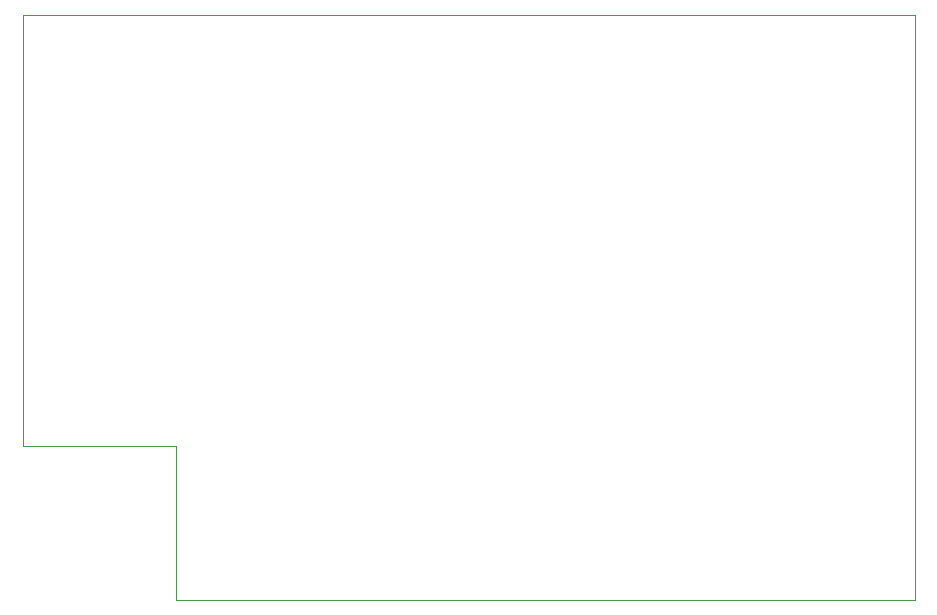
<source format=gbr>
%TF.GenerationSoftware,KiCad,Pcbnew,(5.1.6)-1*%
%TF.CreationDate,2024-12-26T07:47:20-05:00*%
%TF.ProjectId,board,626f6172-642e-46b6-9963-61645f706362,rev?*%
%TF.SameCoordinates,PX348c260PY7258760*%
%TF.FileFunction,Profile,NP*%
%FSLAX46Y46*%
G04 Gerber Fmt 4.6, Leading zero omitted, Abs format (unit mm)*
G04 Created by KiCad (PCBNEW (5.1.6)-1) date 2024-12-26 07:47:20*
%MOMM*%
%LPD*%
G01*
G04 APERTURE LIST*
%TA.AperFunction,Profile*%
%ADD10C,0.100000*%
%TD*%
G04 APERTURE END LIST*
D10*
X13000000Y0D02*
X75500000Y0D01*
X13000000Y13000000D02*
X0Y13000000D01*
X13000000Y0D02*
X13000000Y13000000D01*
X75500000Y49510000D02*
X75500000Y0D01*
X0Y49500000D02*
X75500000Y49510000D01*
X0Y13000000D02*
X0Y49500000D01*
M02*

</source>
